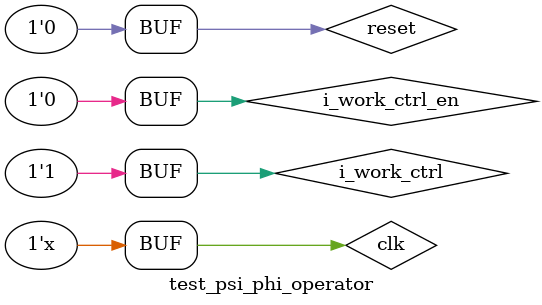
<source format=v>
`timescale 1ns / 1ps


module test_psi_phi_operator;

	// Inputs
	reg clk;
	reg reset;
	reg i_work_ctrl_en;
	reg i_work_ctrl;
	reg i_data_valid;
	reg [31:0] i_data;
	reg [31:0] i_data_dly;

	// Outputs
	wire o_psi_data_valid;
	wire o_phi_data_valid;
	wire [67:0] o_psi_data;
	wire [34:0] o_phi_data;
	
	reg [39:0] count;

	// Instantiate the Unit Under Test (UUT)
	psi_operator #(
		.SYNC_DATA_WIDTH(16),
		.PSI_WIDTH(34)
	)uut_psi(
		.clk(clk), 
		.reset(reset), 
		.i_work_ctrl_en(i_work_ctrl_en),
		.i_work_ctrl(i_work_ctrl),
		.i_data_valid(i_data_valid), 
		.i_data(i_data), 
		.i_data_dly(i_data_dly), 
		.o_psi_data_valid(o_psi_data_valid), 
		.o_psi_data(o_psi_data)
	);
	
	phi_operator #(
		.SYNC_DATA_WIDTH(16),
		.PHI_WIDTH(35)
	)uut_phi(
		.clk(clk), 
		.reset(reset),
		.i_work_ctrl_en(i_work_ctrl_en),
		.i_work_ctrl(i_work_ctrl),
		.i_data_valid(i_data_valid), 
		.i_data(i_data), 
		.i_data_dly(i_data_dly), 
		.o_phi_data_valid(o_phi_data_valid), 
		.o_phi_data(o_phi_data)
	);

	initial begin
		// Initialize Inputs
		clk = 0;
		reset = 0;
		i_work_ctrl_en = 0;
		i_work_ctrl = 0;
		i_data_valid = 0;
		i_data = 0;
		i_data_dly = 0;

		// Wait 100 ns for global reset to finish
		#10;
		reset = 1;
		#10;
		reset = 0;
		#10;
		i_work_ctrl_en = 1;
		i_work_ctrl = 1;
		#10;
		i_work_ctrl_en = 0;
		#10;
        
		// Add stimulus here

	end
	
	always
		#5 clk = ~clk;
	
	always @(posedge clk or posedge reset) begin
		if(reset == 1'b1) begin
			count <= 40'd0;
		end
		else begin
			count <= count + 1'd1;
		end
	end
	
	always @(posedge clk or posedge reset) begin
		if(reset == 1'b1) begin
			i_data_valid	<= 1'b0;
			i_data			<= 'd0;
			i_data_dly		<= 'd0;
		end
		else if(count[2:0] == 3'd7) begin
			i_data_valid	<= 1'b1;
			i_data			<= count[34:3];
			i_data_dly		<= 'd1;
		end
		else begin
			i_data_valid	<= 1'b0;
			i_data			<= i_data;
			i_data_dly		<= i_data_dly;
		end
	end
	
	
	
      
endmodule
</source>
